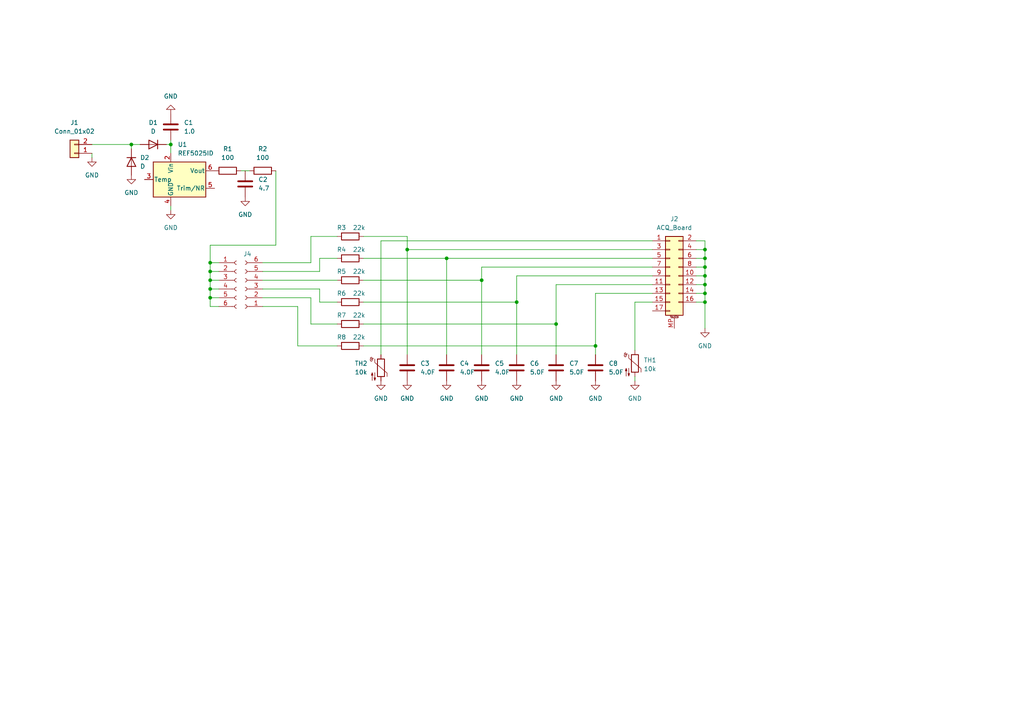
<source format=kicad_sch>
(kicad_sch (version 20211123) (generator eeschema)
  (paper "A4")
  (lib_symbols
    (symbol "Connector:Conn_01x06_Female" (pin_names (offset 1.016) hide)
      (property "Reference" "J" (at 0 7.62 0))
      (property "Value" "Conn_01x06_Female" (at 0 -10.16 0))
      (symbol "Conn_01x06_Female_1_1"
        (arc (start 0 -7.112) (mid -0.508 -7.62) (end 0 -8.128) (stroke (width 0.1524)))
        (arc (start 0 -4.572) (mid -0.508 -5.08) (end 0 -5.588) (stroke (width 0.1524)))
        (arc (start 0 -2.032) (mid -0.508 -2.54) (end 0 -3.048) (stroke (width 0.1524)))
        (polyline (pts (xy -1.27 -7.62) (xy -0.508 -7.62)) (stroke (width 0.1524)))
        (polyline (pts (xy -1.27 -5.08) (xy -0.508 -5.08)) (stroke (width 0.1524)))
        (polyline (pts (xy -1.27 -2.54) (xy -0.508 -2.54)) (stroke (width 0.1524)))
        (polyline (pts (xy -1.27 0) (xy -0.508 0)) (stroke (width 0.1524)))
        (polyline (pts (xy -1.27 2.54) (xy -0.508 2.54)) (stroke (width 0.1524)))
        (polyline (pts (xy -1.27 5.08) (xy -0.508 5.08)) (stroke (width 0.1524)))
        (arc (start 0 0.508) (mid -0.508 0) (end 0 -0.508) (stroke (width 0.1524)))
        (arc (start 0 3.048) (mid -0.508 2.54) (end 0 2.032) (stroke (width 0.1524)))
        (arc (start 0 5.588) (mid -0.508 5.08) (end 0 4.572) (stroke (width 0.1524)))
        (pin passive line (at -5.08 5.08 0) (length 3.81) (name "Pin_1") (number "1"))
        (pin passive line (at -5.08 2.54 0) (length 3.81) (name "Pin_2") (number "2"))
        (pin passive line (at -5.08 0 0) (length 3.81) (name "Pin_3") (number "3"))
        (pin passive line (at -5.08 -2.54 0) (length 3.81) (name "Pin_4") (number "4"))
        (pin passive line (at -5.08 -5.08 0) (length 3.81) (name "Pin_5") (number "5"))
        (pin passive line (at -5.08 -7.62 0) (length 3.81) (name "Pin_6") (number "6"))
      )
    )
    (symbol "Connector_Generic:Conn_01x02" (pin_names (offset 1.016) hide)
      (property "Reference" "J" (at 0 2.54 0))
      (property "Value" "Conn_01x02" (at 0 -5.08 0))
      (symbol "Conn_01x02_1_1"
        (rectangle (start -1.27 -2.413) (end 0 -2.667) (stroke (width 0.1524)))
        (rectangle (start -1.27 0.127) (end 0 -0.127) (stroke (width 0.1524)))
        (rectangle (start -1.27 1.27) (end 1.27 -3.81) (stroke (width 0.254)) (fill (type background)))
        (pin passive line (at -5.08 0 0) (length 3.81) (name "Pin_1") (number "1"))
        (pin passive line (at -5.08 -2.54 0) (length 3.81) (name "Pin_2") (number "2"))
      )
    )
    (symbol "Connector_Generic_MountingPin:Conn_2Rows-17Pins_MountingPin" (pin_names (offset 1.016) hide)
      (property "Reference" "J" (at 1.27 12.7 0))
      (property "Value" "Conn_2Rows-17Pins_MountingPin" (at 2.54 -12.7 0))
      (symbol "Conn_2Rows-17Pins_MountingPin_1_1"
        (rectangle (start -1.27 -10.033) (end 0 -10.287) (stroke (width 0.1524)))
        (rectangle (start -1.27 -7.493) (end 0 -7.747) (stroke (width 0.1524)))
        (rectangle (start -1.27 -4.953) (end 0 -5.207) (stroke (width 0.1524)))
        (rectangle (start -1.27 -2.413) (end 0 -2.667) (stroke (width 0.1524)))
        (rectangle (start -1.27 0.127) (end 0 -0.127) (stroke (width 0.1524)))
        (rectangle (start -1.27 2.667) (end 0 2.413) (stroke (width 0.1524)))
        (rectangle (start -1.27 5.207) (end 0 4.953) (stroke (width 0.1524)))
        (rectangle (start -1.27 7.747) (end 0 7.493) (stroke (width 0.1524)))
        (rectangle (start -1.27 10.287) (end 0 10.033) (stroke (width 0.1524)))
        (rectangle (start -1.27 11.43) (end 3.81 -11.43) (stroke (width 0.254)) (fill (type background)))
        (polyline (pts (xy 0.254 -12.192) (xy 2.286 -12.192)) (stroke (width 0.1524)))
        (rectangle (start 3.81 -7.493) (end 2.54 -7.747) (stroke (width 0.1524)))
        (rectangle (start 3.81 -4.953) (end 2.54 -5.207) (stroke (width 0.1524)))
        (rectangle (start 3.81 -2.413) (end 2.54 -2.667) (stroke (width 0.1524)))
        (rectangle (start 3.81 0.127) (end 2.54 -0.127) (stroke (width 0.1524)))
        (rectangle (start 3.81 2.667) (end 2.54 2.413) (stroke (width 0.1524)))
        (rectangle (start 3.81 5.207) (end 2.54 4.953) (stroke (width 0.1524)))
        (rectangle (start 3.81 7.747) (end 2.54 7.493) (stroke (width 0.1524)))
        (rectangle (start 3.81 10.287) (end 2.54 10.033) (stroke (width 0.1524)))
        (text "Mounting" (at 1.27 -11.811 0) (effects (font (size 0.381 0.381))))
        (pin passive line (at -5.08 10.16 0) (length 3.81) (name "Pin_1") (number "1"))
        (pin passive line (at 7.62 0 180) (length 3.81) (name "Pin_10") (number "10"))
        (pin passive line (at -5.08 -2.54 0) (length 3.81) (name "Pin_11") (number "11"))
        (pin passive line (at 7.62 -2.54 180) (length 3.81) (name "Pin_12") (number "12"))
        (pin passive line (at -5.08 -5.08 0) (length 3.81) (name "Pin_13") (number "13"))
        (pin passive line (at 7.62 -5.08 180) (length 3.81) (name "Pin_14") (number "14"))
        (pin passive line (at -5.08 -7.62 0) (length 3.81) (name "Pin_15") (number "15"))
        (pin passive line (at 7.62 -7.62 180) (length 3.81) (name "Pin_16") (number "16"))
        (pin passive line (at -5.08 -10.16 0) (length 3.81) (name "Pin_17") (number "17"))
        (pin passive line (at 7.62 10.16 180) (length 3.81) (name "Pin_2") (number "2"))
        (pin passive line (at -5.08 7.62 0) (length 3.81) (name "Pin_3") (number "3"))
        (pin passive line (at 7.62 7.62 180) (length 3.81) (name "Pin_4") (number "4"))
        (pin passive line (at -5.08 5.08 0) (length 3.81) (name "Pin_5") (number "5"))
        (pin passive line (at 7.62 5.08 180) (length 3.81) (name "Pin_6") (number "6"))
        (pin passive line (at -5.08 2.54 0) (length 3.81) (name "Pin_7") (number "7"))
        (pin passive line (at 7.62 2.54 180) (length 3.81) (name "Pin_8") (number "8"))
        (pin passive line (at -5.08 0 0) (length 3.81) (name "Pin_9") (number "9"))
        (pin passive line (at 1.27 -15.24 90) (length 3.048) (name "MountPin") (number "MP"))
      )
    )
    (symbol "Device:C" (pin_numbers hide) (pin_names (offset 0.254))
      (property "Reference" "C" (at 0.635 2.54 0))
      (property "Value" "C" (at 0.635 -2.54 0))
      (symbol "C_0_1"
        (polyline (pts (xy -2.032 -0.762) (xy 2.032 -0.762)) (stroke (width 0.508)))
        (polyline (pts (xy -2.032 0.762) (xy 2.032 0.762)) (stroke (width 0.508)))
      )
      (symbol "C_1_1"
        (pin passive line (at 0 3.81 270) (length 2.794) (name "~") (number "1"))
        (pin passive line (at 0 -3.81 90) (length 2.794) (name "~") (number "2"))
      )
    )
    (symbol "Device:D" (pin_numbers hide) (pin_names (offset 1.016) hide)
      (property "Reference" "D" (at 0 2.54 0))
      (property "Value" "D" (at 0 -2.54 0))
      (symbol "D_0_1"
        (polyline (pts (xy -1.27 1.27) (xy -1.27 -1.27)) (stroke (width 0.254)))
        (polyline (pts (xy 1.27 0) (xy -1.27 0)))
        (polyline (pts (xy 1.27 1.27) (xy 1.27 -1.27) (xy -1.27 0) (xy 1.27 1.27)) (stroke (width 0.254)))
      )
      (symbol "D_1_1"
        (pin passive line (at -3.81 0 0) (length 2.54) (name "K") (number "1"))
        (pin passive line (at 3.81 0 180) (length 2.54) (name "A") (number "2"))
      )
    )
    (symbol "Device:R" (pin_numbers hide) (pin_names (offset 0))
      (property "Reference" "R" (at 2.032 0 90))
      (property "Value" "R" (at 0 0 90))
      (symbol "R_0_1"
        (rectangle (start -1.016 -2.54) (end 1.016 2.54) (stroke (width 0.254)))
      )
      (symbol "R_1_1"
        (pin passive line (at 0 3.81 270) (length 1.27) (name "~") (number "1"))
        (pin passive line (at 0 -3.81 90) (length 1.27) (name "~") (number "2"))
      )
    )
    (symbol "Device:Thermistor_NTC" (pin_numbers hide) (pin_names (offset 0))
      (property "Reference" "TH" (at -4.445 0 90))
      (property "Value" "Thermistor_NTC" (at 3.175 0 90))
      (symbol "Thermistor_NTC_0_1"
        (arc (start -3.048 2.159) (mid -3.0505 2.3165) (end -3.175 2.413))
        (arc (start -3.048 2.159) (mid -2.9736 1.9794) (end -2.794 1.905))
        (arc (start -3.048 2.794) (mid -2.9736 2.6144) (end -2.794 2.54))
        (arc (start -2.794 1.905) (mid -2.6144 1.9794) (end -2.54 2.159))
        (arc (start -2.794 2.54) (mid -2.434 2.5608) (end -2.159 2.794))
        (arc (start -2.794 3.048) (mid -2.9736 2.9736) (end -3.048 2.794))
        (arc (start -2.54 2.794) (mid -2.6144 2.9736) (end -2.794 3.048))
        (rectangle (start -1.016 2.54) (end 1.016 -2.54) (stroke (width 0.254)))
        (polyline (pts (xy -2.54 2.159) (xy -2.54 2.794)))
        (polyline (pts (xy -1.778 2.54) (xy -1.778 1.524) (xy 1.778 -1.524) (xy 1.778 -2.54)))
        (polyline (pts (xy -2.54 -3.683) (xy -2.54 -1.397) (xy -2.794 -2.159) (xy -2.286 -2.159) (xy -2.54 -1.397) (xy -2.54 -1.651)) (fill (type outline)))
        (polyline (pts (xy -1.778 -1.397) (xy -1.778 -3.683) (xy -2.032 -2.921) (xy -1.524 -2.921) (xy -1.778 -3.683) (xy -1.778 -3.429)) (fill (type outline)))
      )
      (symbol "Thermistor_NTC_1_1"
        (pin passive line (at 0 3.81 270) (length 1.27) (name "~") (number "1"))
        (pin passive line (at 0 -3.81 90) (length 1.27) (name "~") (number "2"))
      )
    )
    (symbol "Reference_Voltage:REF5025ID" (pin_names (offset 0.254))
      (property "Reference" "U" (at -1.27 8.255 0))
      (property "Value" "REF5025ID" (at -1.27 6.35 0))
      (symbol "REF5025ID_0_1"
        (rectangle (start -7.62 5.08) (end 7.62 -5.08) (stroke (width 0.254)) (fill (type background)))
      )
      (symbol "REF5025ID_1_1"
        (pin no_connect line (at -7.62 2.54 0) (length 2.54) hide (name "DNC") (number "1"))
        (pin power_in line (at -2.54 7.62 270) (length 2.54) (name "Vin") (number "2"))
        (pin passive line (at -10.16 0 0) (length 2.54) (name "Temp") (number "3"))
        (pin power_in line (at -2.54 -7.62 90) (length 2.54) (name "GND") (number "4"))
        (pin passive line (at 10.16 -2.54 180) (length 2.54) (name "Trim/NR") (number "5"))
        (pin power_out line (at 10.16 2.54 180) (length 2.54) (name "Vout") (number "6"))
        (pin no_connect line (at -5.08 -5.08 90) (length 2.54) hide (name "NC") (number "7"))
        (pin no_connect line (at 7.62 0 180) (length 2.54) hide (name "DNC") (number "8"))
      )
    )
    (symbol "power:GND" (power) (pin_names (offset 0))
      (property "Value" "GND" (at 0 -3.81 0))
      (symbol "GND_0_1"
        (polyline (pts (xy 0 0) (xy 0 -1.27) (xy 1.27 -1.27) (xy 0 -2.54) (xy -1.27 -1.27) (xy 0 -1.27)))
      )
      (symbol "GND_1_1"
        (pin power_in line (at 0 0 270) (length 0) hide (name "GND") (number "1"))
      )
    )
  )
  (junction (at 129.54 74.93))
  (junction (at 60.96 76.2))
  (junction (at 204.47 80.01))
  (junction (at 60.96 81.28))
  (junction (at 60.96 86.36))
  (junction (at 60.96 78.74))
  (junction (at 204.47 87.63))
  (junction (at 204.47 85.09))
  (junction (at 204.47 72.39))
  (junction (at 38.1 41.91))
  (junction (at 49.53 41.91))
  (junction (at 204.47 82.55))
  (junction (at 204.47 74.93))
  (junction (at 172.72 100.33))
  (junction (at 139.7 81.28))
  (junction (at 161.29 93.98))
  (junction (at 60.96 83.82))
  (junction (at 118.11 72.39))
  (junction (at 149.86 87.63))
  (junction (at 204.47 77.47))
  (wire (pts (xy 204.47 80.01) (xy 204.47 82.55)))
  (wire (pts (xy 60.96 81.28) (xy 63.5 81.28)))
  (wire (pts (xy 80.01 71.12) (xy 60.96 71.12)))
  (wire (pts (xy 60.96 83.82) (xy 63.5 83.82)))
  (wire (pts (xy 201.93 74.93) (xy 204.47 74.93)))
  (wire (pts (xy 49.53 41.91) (xy 49.53 44.45)))
  (wire (pts (xy 161.29 93.98) (xy 161.29 102.87)))
  (wire (pts (xy 86.36 88.9) (xy 86.36 100.33)))
  (wire (pts (xy 97.79 93.98) (xy 90.17 93.98)))
  (wire (pts (xy 204.47 72.39) (xy 204.47 74.93)))
  (wire (pts (xy 184.15 87.63) (xy 184.15 101.6)))
  (wire (pts (xy 60.96 86.36) (xy 60.96 88.9)))
  (wire (pts (xy 204.47 74.93) (xy 204.47 77.47)))
  (wire (pts (xy 189.23 80.01) (xy 149.86 80.01)))
  (wire (pts (xy 189.23 69.85) (xy 110.49 69.85)))
  (wire (pts (xy 204.47 77.47) (xy 204.47 80.01)))
  (wire (pts (xy 172.72 100.33) (xy 172.72 85.09)))
  (wire (pts (xy 76.2 78.74) (xy 92.71 78.74)))
  (wire (pts (xy 26.67 44.45) (xy 26.67 45.72)))
  (wire (pts (xy 80.01 49.53) (xy 80.01 71.12)))
  (wire (pts (xy 86.36 100.33) (xy 97.79 100.33)))
  (wire (pts (xy 201.93 87.63) (xy 204.47 87.63)))
  (wire (pts (xy 90.17 68.58) (xy 90.17 76.2)))
  (wire (pts (xy 48.26 41.91) (xy 49.53 41.91)))
  (wire (pts (xy 92.71 83.82) (xy 92.71 87.63)))
  (wire (pts (xy 204.47 72.39) (xy 201.93 72.39)))
  (wire (pts (xy 92.71 78.74) (xy 92.71 74.93)))
  (wire (pts (xy 60.96 78.74) (xy 63.5 78.74)))
  (wire (pts (xy 60.96 81.28) (xy 60.96 83.82)))
  (wire (pts (xy 105.41 81.28) (xy 139.7 81.28)))
  (wire (pts (xy 40.64 41.91) (xy 38.1 41.91)))
  (wire (pts (xy 204.47 82.55) (xy 204.47 85.09)))
  (wire (pts (xy 97.79 68.58) (xy 90.17 68.58)))
  (wire (pts (xy 129.54 74.93) (xy 129.54 102.87)))
  (wire (pts (xy 60.96 78.74) (xy 60.96 81.28)))
  (wire (pts (xy 189.23 87.63) (xy 184.15 87.63)))
  (wire (pts (xy 184.15 109.22) (xy 184.15 110.49)))
  (wire (pts (xy 60.96 76.2) (xy 63.5 76.2)))
  (wire (pts (xy 139.7 81.28) (xy 139.7 77.47)))
  (wire (pts (xy 69.85 49.53) (xy 72.39 49.53)))
  (wire (pts (xy 118.11 72.39) (xy 118.11 102.87)))
  (wire (pts (xy 60.96 76.2) (xy 60.96 78.74)))
  (wire (pts (xy 161.29 93.98) (xy 161.29 82.55)))
  (wire (pts (xy 105.41 68.58) (xy 118.11 68.58)))
  (wire (pts (xy 105.41 100.33) (xy 172.72 100.33)))
  (wire (pts (xy 92.71 74.93) (xy 97.79 74.93)))
  (wire (pts (xy 76.2 81.28) (xy 97.79 81.28)))
  (wire (pts (xy 201.93 80.01) (xy 204.47 80.01)))
  (wire (pts (xy 204.47 69.85) (xy 204.47 72.39)))
  (wire (pts (xy 76.2 88.9) (xy 86.36 88.9)))
  (wire (pts (xy 49.53 59.69) (xy 49.53 60.96)))
  (wire (pts (xy 105.41 74.93) (xy 129.54 74.93)))
  (wire (pts (xy 90.17 93.98) (xy 90.17 86.36)))
  (wire (pts (xy 60.96 83.82) (xy 60.96 86.36)))
  (wire (pts (xy 60.96 71.12) (xy 60.96 76.2)))
  (wire (pts (xy 105.41 87.63) (xy 149.86 87.63)))
  (wire (pts (xy 76.2 83.82) (xy 92.71 83.82)))
  (wire (pts (xy 49.53 40.64) (xy 49.53 41.91)))
  (wire (pts (xy 118.11 72.39) (xy 189.23 72.39)))
  (wire (pts (xy 92.71 87.63) (xy 97.79 87.63)))
  (wire (pts (xy 139.7 81.28) (xy 139.7 102.87)))
  (wire (pts (xy 110.49 69.85) (xy 110.49 102.87)))
  (wire (pts (xy 204.47 85.09) (xy 204.47 87.63)))
  (wire (pts (xy 204.47 87.63) (xy 204.47 95.25)))
  (wire (pts (xy 201.93 85.09) (xy 204.47 85.09)))
  (wire (pts (xy 201.93 69.85) (xy 204.47 69.85)))
  (wire (pts (xy 129.54 74.93) (xy 189.23 74.93)))
  (wire (pts (xy 60.96 88.9) (xy 63.5 88.9)))
  (wire (pts (xy 201.93 77.47) (xy 204.47 77.47)))
  (wire (pts (xy 105.41 93.98) (xy 161.29 93.98)))
  (wire (pts (xy 149.86 80.01) (xy 149.86 87.63)))
  (wire (pts (xy 38.1 41.91) (xy 38.1 43.18)))
  (wire (pts (xy 60.96 86.36) (xy 63.5 86.36)))
  (wire (pts (xy 76.2 86.36) (xy 90.17 86.36)))
  (wire (pts (xy 161.29 82.55) (xy 189.23 82.55)))
  (wire (pts (xy 149.86 87.63) (xy 149.86 102.87)))
  (wire (pts (xy 118.11 68.58) (xy 118.11 72.39)))
  (wire (pts (xy 172.72 100.33) (xy 172.72 102.87)))
  (wire (pts (xy 172.72 85.09) (xy 189.23 85.09)))
  (wire (pts (xy 26.67 41.91) (xy 38.1 41.91)))
  (wire (pts (xy 201.93 82.55) (xy 204.47 82.55)))
  (wire (pts (xy 139.7 77.47) (xy 189.23 77.47)))
  (wire (pts (xy 76.2 76.2) (xy 90.17 76.2)))
  (symbol (lib_id "power:GND") (at 129.54 110.49 0) (unit 1)
    (property "Reference" "#PWR09" (effects hide))
    (property "Value" "GND" (at 129.54 115.57 0))
  )
  (symbol (lib_id "power:GND") (at 184.15 110.49 0) (unit 1)
    (property "Reference" "#PWR014" (effects hide))
    (property "Value" "GND" (at 184.15 115.57 0))
  )
  (symbol (lib_id "Device:R") (at 101.6 93.98 90) (unit 1)
    (property "Reference" "R7" (at 99.06 91.44 90))
    (property "Value" "22k" (at 104.14 91.44 90))
  )
  (symbol (lib_id "Connector_Generic:Conn_01x02") (at 21.59 44.45 180) (unit 1)
    (property "Reference" "J1" (at 21.59 35.56 0))
    (property "Value" "Conn_01x02" (at 21.59 38.1 0))
  )
  (symbol (lib_id "Device:D") (at 38.1 46.99 270) (unit 1)
    (property "Reference" "D2" (at 40.64 45.7199 90) (effects (justify left)))
    (property "Value" "D" (at 40.64 48.2599 90) (effects (justify left)))
  )
  (symbol (lib_id "Connector:Conn_01x06_Female") (at 68.58 81.28 0) (unit 1)
    (property "Reference" "J3" (effects hide))
    (property "Value" "Conn_01x06_Female" (effects hide))
  )
  (symbol (lib_id "power:GND") (at 139.7 110.49 0) (unit 1)
    (property "Reference" "#PWR010" (effects hide))
    (property "Value" "GND" (at 139.7 115.57 0))
  )
  (symbol (lib_id "Device:C") (at 118.11 106.68 0) (unit 1)
    (property "Reference" "C3" (at 121.92 105.4099 0) (effects (justify left)))
    (property "Value" "4.0F" (at 121.92 107.9499 0) (effects (justify left)))
  )
  (symbol (lib_id "power:GND") (at 161.29 110.49 0) (unit 1)
    (property "Reference" "#PWR012" (effects hide))
    (property "Value" "GND" (at 161.29 115.57 0))
  )
  (symbol (lib_id "Device:C") (at 161.29 106.68 0) (unit 1)
    (property "Reference" "C7" (at 165.1 105.4099 0) (effects (justify left)))
    (property "Value" "5.0F" (at 165.1 107.9499 0) (effects (justify left)))
  )
  (symbol (lib_id "Device:C") (at 71.12 53.34 0) (unit 1)
    (property "Reference" "C2" (at 74.93 52.0699 0) (effects (justify left)))
    (property "Value" "4.7" (at 74.93 54.6099 0) (effects (justify left)))
  )
  (symbol (lib_id "power:GND") (at 49.53 60.96 0) (unit 1)
    (property "Reference" "#PWR05" (effects hide))
    (property "Value" "GND" (at 49.53 66.04 0))
  )
  (symbol (lib_id "power:GND") (at 172.72 110.49 0) (unit 1)
    (property "Reference" "#PWR013" (effects hide))
    (property "Value" "GND" (at 172.72 115.57 0))
  )
  (symbol (lib_id "power:GND") (at 26.67 45.72 0) (unit 1)
    (property "Reference" "#PWR02" (effects hide))
    (property "Value" "GND" (at 26.67 50.8 0))
  )
  (symbol (lib_id "Device:R") (at 101.6 100.33 90) (unit 1)
    (property "Reference" "R8" (at 99.06 97.79 90))
    (property "Value" "22k" (at 104.14 97.79 90))
  )
  (symbol (lib_id "Connector:Conn_01x06_Female") (at 71.12 83.82 180) (unit 1)
    (property "Reference" "J4" (at 71.755 73.66 0))
    (property "Value" "Conn_01x06_Female" (effects hide))
  )
  (symbol (lib_id "Device:Thermistor_NTC") (at 184.15 105.41 0) (unit 1)
    (property "Reference" "TH1" (at 186.69 104.4574 0) (effects (justify left)))
    (property "Value" "10k" (at 186.69 106.9974 0) (effects (justify left)))
  )
  (symbol (lib_id "power:GND") (at 49.53 33.02 180) (unit 1)
    (property "Reference" "#PWR01" (effects hide))
    (property "Value" "GND" (at 49.53 27.94 0))
  )
  (symbol (lib_id "Device:R") (at 101.6 81.28 90) (unit 1)
    (property "Reference" "R5" (at 99.06 78.74 90))
    (property "Value" "22k" (at 104.14 78.74 90))
  )
  (symbol (lib_id "Device:C") (at 129.54 106.68 0) (unit 1)
    (property "Reference" "C4" (at 133.35 105.4099 0) (effects (justify left)))
    (property "Value" "4.0F" (at 133.35 107.9499 0) (effects (justify left)))
  )
  (symbol (lib_id "Device:R") (at 101.6 74.93 90) (unit 1)
    (property "Reference" "R4" (at 99.06 72.39 90))
    (property "Value" "22k" (at 104.14 72.39 90))
  )
  (symbol (lib_id "Device:Thermistor_NTC") (at 110.49 106.68 0) (unit 1)
    (property "Reference" "TH2" (at 102.87 105.41 0) (effects (justify left)))
    (property "Value" "10k" (at 102.87 107.95 0) (effects (justify left)))
  )
  (symbol (lib_id "power:GND") (at 71.12 57.15 0) (unit 1)
    (property "Reference" "#PWR04" (effects hide))
    (property "Value" "GND" (at 71.12 62.23 0))
  )
  (symbol (lib_id "power:GND") (at 204.47 95.25 0) (unit 1)
    (property "Reference" "#PWR06" (effects hide))
    (property "Value" "GND" (at 204.47 100.33 0))
  )
  (symbol (lib_id "Device:C") (at 139.7 106.68 0) (unit 1)
    (property "Reference" "C5" (at 143.51 105.4099 0) (effects (justify left)))
    (property "Value" "4.0F" (at 143.51 107.9499 0) (effects (justify left)))
  )
  (symbol (lib_id "Reference_Voltage:REF5025ID") (at 52.07 52.07 0) (unit 1)
    (property "Reference" "U1" (at 51.5494 41.91 0) (effects (justify left)))
    (property "Value" "REF5025ID" (at 51.5494 44.45 0) (effects (justify left)))
    (property "Footprint" "Package_SO:SOIC-8_3.9x4.9mm_P1.27mm" (effects hide))
    (property "Datasheet" "http://www.ti.com/lit/ds/symlink/ref5030.pdf" (effects hide))
  )
  (symbol (lib_id "Device:C") (at 149.86 106.68 0) (unit 1)
    (property "Reference" "C6" (at 153.67 105.4099 0) (effects (justify left)))
    (property "Value" "5.0F" (at 153.67 107.9499 0) (effects (justify left)))
  )
  (symbol (lib_id "Connector_Generic_MountingPin:Conn_2Rows-17Pins_MountingPin") (at 194.31 80.01 0) (unit 1)
    (property "Reference" "J2" (at 195.58 63.5 0))
    (property "Value" "ACQ_Board" (at 195.58 66.04 0))
  )
  (symbol (lib_id "Device:R") (at 66.04 49.53 90) (unit 1)
    (property "Reference" "R1" (at 66.04 43.18 90))
    (property "Value" "100" (at 66.04 45.72 90))
  )
  (symbol (lib_id "power:GND") (at 118.11 110.49 0) (unit 1)
    (property "Reference" "#PWR08" (effects hide))
    (property "Value" "GND" (at 118.11 115.57 0))
  )
  (symbol (lib_id "Device:R") (at 101.6 68.58 90) (unit 1)
    (property "Reference" "R3" (at 99.06 66.04 90))
    (property "Value" "22k" (at 104.14 66.04 90))
  )
  (symbol (lib_id "Device:R") (at 76.2 49.53 90) (unit 1)
    (property "Reference" "R2" (at 76.2 43.18 90))
    (property "Value" "100" (at 76.2 45.72 90))
  )
  (symbol (lib_id "Device:C") (at 49.53 36.83 0) (unit 1)
    (property "Reference" "C1" (at 53.34 35.5599 0) (effects (justify left)))
    (property "Value" "1.0" (at 53.34 38.0999 0) (effects (justify left)))
  )
  (symbol (lib_id "Device:C") (at 172.72 106.68 0) (unit 1)
    (property "Reference" "C8" (at 176.53 105.4099 0) (effects (justify left)))
    (property "Value" "5.0F" (at 176.53 107.9499 0) (effects (justify left)))
  )
  (symbol (lib_id "power:GND") (at 38.1 50.8 0) (unit 1)
    (property "Reference" "#PWR03" (effects hide))
    (property "Value" "GND" (at 38.1 55.88 0))
  )
  (symbol (lib_id "Device:D") (at 44.45 41.91 180) (unit 1)
    (property "Reference" "D1" (at 44.45 35.56 0))
    (property "Value" "D" (at 44.45 38.1 0))
  )
  (symbol (lib_id "Device:R") (at 101.6 87.63 90) (unit 1)
    (property "Reference" "R6" (at 99.06 85.09 90))
    (property "Value" "22k" (at 104.14 85.09 90))
  )
  (symbol (lib_id "power:GND") (at 149.86 110.49 0) (unit 1)
    (property "Reference" "#PWR011" (effects hide))
    (property "Value" "GND" (at 149.86 115.57 0))
  )
  (symbol (lib_id "power:GND") (at 110.49 110.49 0) (unit 1)
    (property "Reference" "#PWR07" (effects hide))
    (property "Value" "GND" (at 110.49 115.57 0))
  )
)
</source>
